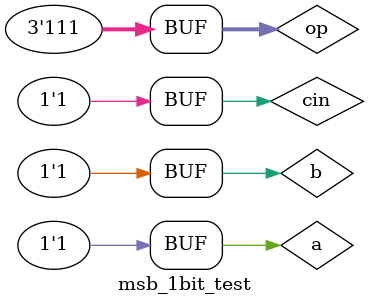
<source format=v>
module msb_1bit_test();

	reg b,a;
	wire cout;
  wire result;
  reg cin;
	reg lessi;
  reg [2:0]op;

  wire v,setz;

	msb_1bit msb1(result,cout,a,b,op,cin,1'b0,v,setz);

	initial begin
	a= 1'b1; b=1'b1; cin=1'b0; op=3'b000; //add test
	#20;
	a= 1'b0; b=1'b0; cin=1'b0; op=3'b000;
	#20;
	a= 1'b1; b=1'b0; cin=1'b0; op=3'b010;
	#20;
	a= 1'b1; b=1'b1; cin=1'b0; op=3'b010;
	#20;
	a= 1'b1; b=1'b1; cin=1'b1; op=3'b111;
	end

	initial begin
	$monitor("time=%2d,a=%1b,b=%1b,cin=%1b,op=%3b,res=%1b,cout=%1b,setz=%1b",
        $time,a,b,cin,op,result,cout,setz);
	end

endmodule

</source>
